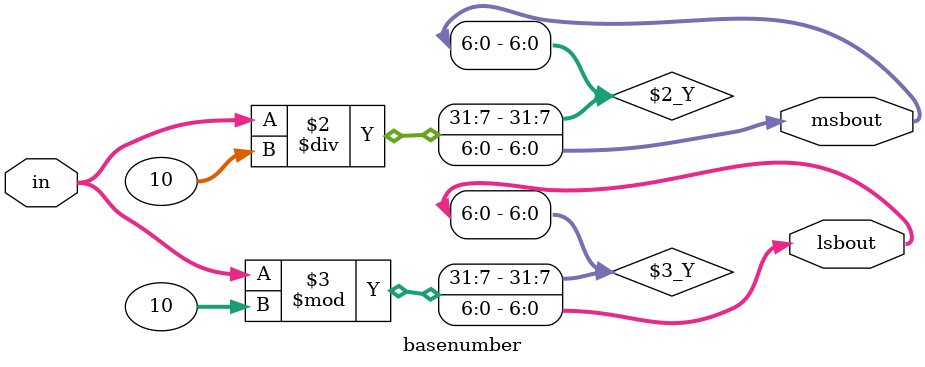
<source format=v>
module basenumber(in, msbout, lsbout);
	input [6:0] in;
	output reg[6:0] msbout, lsbout;
	
	always @(*)begin
		msbout = in/10;
		lsbout = in%10;
	end
endmodule 
</source>
